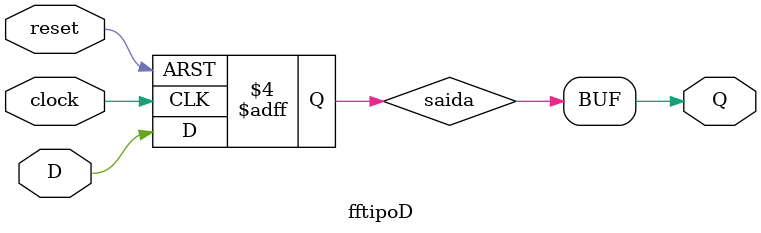
<source format=v>
module fftipoD (clock,reset,D,Q);

input D, clock, reset;
output Q;
reg saida;

initial
begin
	saida = 1'b0;
end

always @ (posedge clock or negedge reset)

begin
	if (~reset)
		saida = 1'b0;
	else
		saida = D;
	end
		assign Q = saida;
endmodule

</source>
